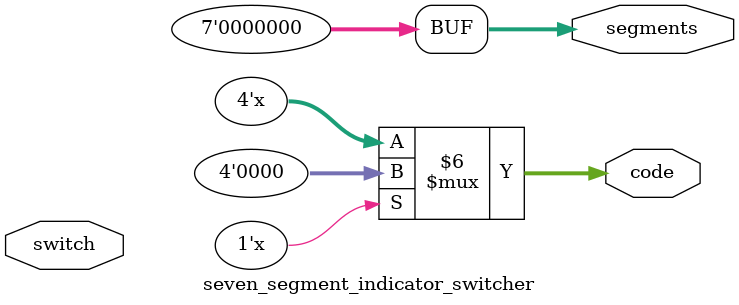
<source format=v>
module seven_segment_indicator_switcher(
    input wire switch,
    output reg [3:0] code,
    output reg [6:0] segments
);

initial begin
    code = 4'd0;
    segments = 7'b0;
end

always @(switch) begin
    code <= code + 1;
    if (code > 4'd10) begin
        code <= 4'd0;
    end

    case(code)
        4'd0: segments = 7'b0111111;
        4'd1: segments = 7'b0000110;
        4'd2: segments = 7'b1011011;
        4'd3: segments = 7'b1001111;
        4'd4: segments = 7'b1100110;
        4'd5: segments = 7'b1101101;
        4'd6: segments = 7'b1111101;
        4'd7: segments = 7'b0000111;
        4'd8: segments = 7'b1111111;
        4'd9: segments = 7'b1101111;
        default: segments = 7'b0;
    endcase
end
endmodule
</source>
